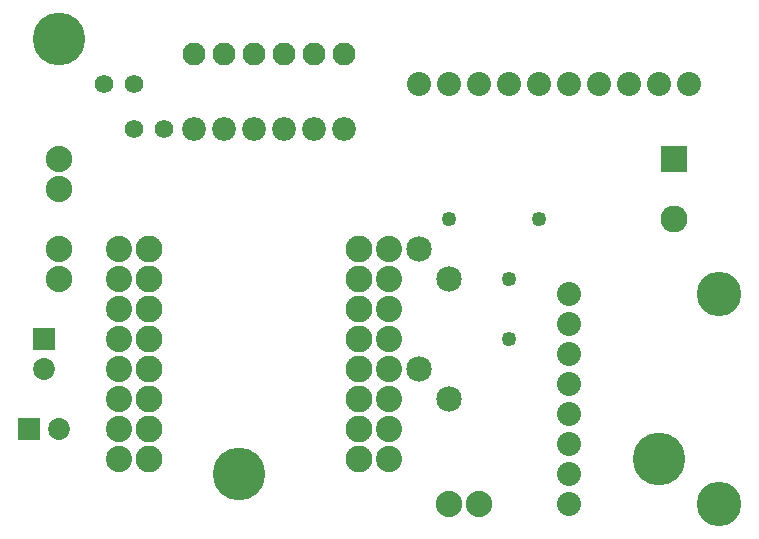
<source format=gts>
G04 MADE WITH FRITZING*
G04 WWW.FRITZING.ORG*
G04 DOUBLE SIDED*
G04 HOLES PLATED*
G04 CONTOUR ON CENTER OF CONTOUR VECTOR*
%ASAXBY*%
%FSLAX23Y23*%
%MOIN*%
%OFA0B0*%
%SFA1.0B1.0*%
%ADD10C,0.088000*%
%ADD11C,0.090000*%
%ADD12C,0.089370*%
%ADD13C,0.061496*%
%ADD14C,0.087778*%
%ADD15C,0.072992*%
%ADD16C,0.079444*%
%ADD17C,0.080000*%
%ADD18C,0.085000*%
%ADD19C,0.148425*%
%ADD20C,0.076555*%
%ADD21C,0.049370*%
%ADD22C,0.175354*%
%ADD23R,0.090000X0.090000*%
%ADD24R,0.072992X0.072992*%
%LNMASK1*%
G90*
G70*
G54D10*
X1537Y177D03*
X1637Y177D03*
X237Y927D03*
X237Y1027D03*
G54D11*
X2287Y1327D03*
X2287Y1127D03*
G54D12*
X1237Y1027D03*
X1237Y927D03*
X1237Y827D03*
X1237Y727D03*
X1237Y627D03*
X1237Y527D03*
X1237Y427D03*
X1237Y327D03*
X537Y1027D03*
X537Y927D03*
X537Y827D03*
X537Y727D03*
X537Y627D03*
X537Y527D03*
X537Y427D03*
X537Y327D03*
G54D13*
X487Y1427D03*
X587Y1427D03*
X487Y1427D03*
X587Y1427D03*
X387Y1577D03*
X487Y1577D03*
X387Y1577D03*
X487Y1577D03*
G54D14*
X437Y1027D03*
X437Y927D03*
X437Y827D03*
X437Y727D03*
X437Y627D03*
X437Y527D03*
X437Y427D03*
X437Y327D03*
X1337Y327D03*
X1337Y427D03*
X1337Y527D03*
X1337Y627D03*
X1337Y727D03*
X1337Y827D03*
X1337Y927D03*
X1337Y1027D03*
G54D15*
X138Y427D03*
X237Y427D03*
X187Y726D03*
X187Y627D03*
G54D16*
X687Y1427D03*
X787Y1427D03*
X887Y1427D03*
X1187Y1427D03*
X1087Y1427D03*
X987Y1427D03*
G54D17*
X2337Y1577D03*
X2237Y1577D03*
X2137Y1577D03*
X2037Y1577D03*
X1937Y1577D03*
X1837Y1577D03*
X1737Y1577D03*
X1637Y1577D03*
X1537Y1577D03*
X1437Y1577D03*
G54D18*
X1537Y527D03*
X1537Y927D03*
X1437Y627D03*
X1437Y1027D03*
G54D17*
X1937Y377D03*
G54D19*
X2437Y877D03*
G54D17*
X1937Y777D03*
X1937Y577D03*
X1937Y177D03*
X1937Y877D03*
X1937Y677D03*
X1937Y477D03*
X1937Y277D03*
G54D19*
X2437Y177D03*
G54D20*
X687Y1677D03*
X787Y1677D03*
X887Y1677D03*
X1187Y1677D03*
X1087Y1677D03*
X987Y1677D03*
G54D21*
X1737Y727D03*
X1737Y927D03*
X1537Y1128D03*
X1837Y1127D03*
G54D22*
X237Y1727D03*
X2237Y327D03*
X837Y277D03*
G54D10*
X237Y1327D03*
X237Y1227D03*
G54D23*
X2287Y1327D03*
G54D24*
X138Y427D03*
X187Y726D03*
G04 End of Mask1*
M02*
</source>
